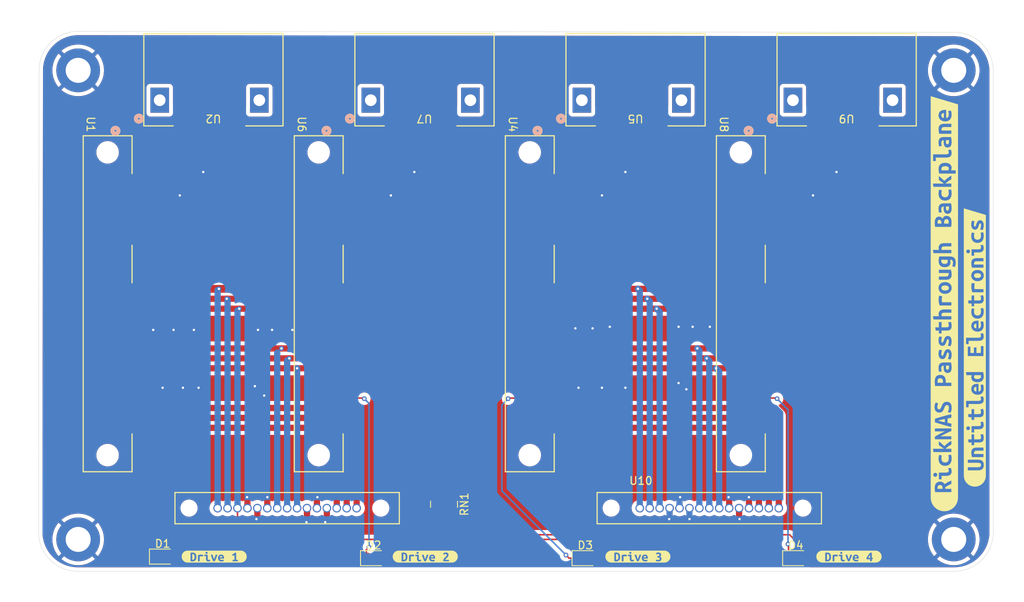
<source format=kicad_pcb>
(kicad_pcb (version 20240108) (generator "pcbnew") (generator_version "8.0")
  (layers (0 "F.Cu" signal) (31 "B.Cu" signal) (34 "B.Paste" user) (35 "F.Paste" user) (36 "B.SilkS" user "B.Silkscreen") (37 "F.SilkS" user "F.Silkscreen") (38 "B.Mask" user) (39 "F.Mask" user) (44 "Edge.Cuts" user))
  (net 0 "")
  (net 1 "+5V")
  (net 2 "+3.3V")
  (net 3 "VSS")
  (net 4 "+12V")
  (net 5 "/A+")
  (net 6 "/A-")
  (net 7 "/B-")
  (net 8 "/B+")
  (net 9 "/A1-")
  (net 10 "/A1+")
  (net 11 "/B1+")
  (net 12 "/B1-")
  (net 13 "/A2+")
  (net 14 "/B2-")
  (net 15 "/B2+")
  (net 16 "/A2-")
  (net 17 "/B3+")
  (net 18 "/B3-")
  (net 19 "/A3+")
  (net 20 "/A3-")
  (net 21 "+12P")
  (net 22 "+3.3VP")
  (net 23 "+5P")
  (net 24 "Net-(D1-A)")
  (net 25 "Drive 1")
  (net 26 "Drive 2")
  (net 27 "Net-(D2-A)")
  (net 28 "Net-(D3-A)")
  (net 29 "Drive 3")
  (net 30 "Drive 4")
  (net 31 "Net-(D4-A)")
  (footprint "UE-Connector:CONN22_877811_MOL" (layer "F.Cu") (at 148.767499 108.855025 -90)
    (property "Reference" "U4")
    (property "Value" "SATA_Combined")
  )
  (footprint "kibuzzard-67B605A5" (layer "F.Cu") (at 162.6 141.2)
    (property "Reference" "kibuzzard-67B605A5" (hide yes))
    (property "Value" "G***" (hide yes))
  )
  (footprint "UE-Connector:CONN_67490-1220_MOL" (layer "F.Cu") (at 108.3 80.2 180)
    (property "Reference" "U2")
    (property "Value" "SATA_Data")
  )
  (footprint "kibuzzard-67B6042A" (layer "F.Cu") (at 201.8 108.85 90)
    (property "Reference" "kibuzzard-67B6042A" (hide yes))
    (property "Value" "G***" (hide yes))
  )
  (footprint "MountingHole:MountingHole_3.2mm_M3_DIN965_Pad" (layer "F.Cu") (at 91 139)
    (property "Reference" "H3" (hide yes))
    (property "Value" "MountingHole_Pad")
  )
  (footprint "UE-Connector:alim_SATA" (layer "F.Cu") (at 157.38 137)
    (property "Reference" "U10")
    (property "Value" "SATA_Power")
  )
  (footprint "LED_SMD:LED_0805_2012Metric" (layer "F.Cu") (at 155.8625 141.4)
    (property "Reference" "D3")
    (property "Value" "LED_Small")
  )
  (footprint "Resistor_SMD:R_Array_Concave_4x0603" (layer "F.Cu") (at 137.8 134.5 -90)
    (property "Reference" "RN1")
    (property "Value" "R_Pack04")
  )
  (footprint "UE-Connector:CONN22_877811_MOL" (layer "F.Cu") (at 94.767499 108.855025 -90)
    (property "Reference" "U1")
    (property "Value" "SATA_Combined")
  )
  (footprint "UE-Connector:CONN22_877811_MOL" (layer "F.Cu") (at 175.767499 108.855025 -90)
    (property "Reference" "U8")
    (property "Value" "SATA_Combined")
  )
  (footprint "kibuzzard-67B60589" (layer "F.Cu") (at 108.4 141.2)
    (property "Reference" "kibuzzard-67B60589" (hide yes))
    (property "Value" "G***" (hide yes))
  )
  (footprint "LED_SMD:LED_0805_2012Metric" (layer "F.Cu") (at 128.8 141.4)
    (property "Reference" "D2")
    (property "Value" "LED_Small")
  )
  (footprint "UE-Connector:CONN_67490-1220_MOL" (layer "F.Cu") (at 135.3 80.2 180)
    (property "Reference" "U7")
    (property "Value" "SATA_Data")
  )
  (footprint "MountingHole:MountingHole_3.2mm_M3_DIN965_Pad" (layer "F.Cu") (at 203 139)
    (property "Reference" "H4" (hide yes))
    (property "Value" "MountingHole_Pad")
  )
  (footprint "UE-Connector:alim_SATA" (layer "F.Cu") (at 103.38 137)
    (property "Reference" "U3" (hide yes))
    (property "Value" "SATA_Power" (hide yes))
  )
  (footprint "UE-Connector:CONN22_877811_MOL" (layer "F.Cu") (at 121.767499 108.855025 -90)
    (property "Reference" "U6")
    (property "Value" "SATA_Combined")
  )
  (footprint "kibuzzard-67B60597" (layer "F.Cu") (at 135.4 141.2)
    (property "Reference" "kibuzzard-67B60597" (hide yes))
    (property "Value" "G***" (hide yes))
  )
  (footprint "UE-Connector:CONN_67490-1220_MOL" (layer "F.Cu") (at 162.3 80.2 180)
    (property "Reference" "U5")
    (property "Value" "SATA_Data")
  )
  (footprint "LED_SMD:LED_0805_2012Metric" (layer "F.Cu") (at 182.8 141.4)
    (property "Reference" "D4")
    (property "Value" "LED_Small")
  )
  (footprint "MountingHole:MountingHole_3.2mm_M3_DIN965_Pad" (layer "F.Cu") (at 203 79)
    (property "Reference" "H2" (hide yes))
    (property "Value" "MountingHole_Pad")
  )
  (footprint "kibuzzard-67B605B2" (layer "F.Cu") (at 189.6 141.2)
    (property "Reference" "kibuzzard-67B605B2" (hide yes))
    (property "Value" "G***" (hide yes))
  )
  (footprint "LED_SMD:LED_0805_2012Metric" (layer "F.Cu") (at 101.8 141.2)
    (property "Reference" "D1")
    (property "Value" "LED_Small")
  )
  (footprint "UE-Connector:CONN_67490-1220_MOL" (layer "F.Cu") (at 189.3 80.2 180)
    (property "Reference" "U9")
    (property "Value" "SATA_Data")
  )
  (footprint "MountingHole:MountingHole_3.2mm_M3_DIN965_Pad" (layer "F.Cu") (at 91 79)
    (property "Reference" "H1" (hide yes))
    (property "Value" "MountingHole_Pad")
  )
  (footprint "kibuzzard-67B4AC4E" (layer "F.Cu") (at 205.7 114.45 90)
    (property "Reference" "kibuzzard-67B4AC4E" (hide yes))
    (property "Value" "G***" (hide yes))
  )
  (gr_arc (start 86 79) (mid 87.464466 75.464466) (end 91 74) (stroke (width 0.05)) (layer "Edge.Cuts"))
  (gr_line (start 91 74) (end 203.064466 74.135534) (stroke (width 0.05)) (layer "Edge.Cuts"))
  (gr_line (start 85.935534 138.064466) (end 86 79) (stroke (width 0.05)) (layer "Edge.Cuts"))
  (gr_line (start 208.064466 79.135534) (end 208.064466 138.064466) (stroke (width 0.05)) (layer "Edge.Cuts"))
  (gr_line (start 203.064466 143.064466) (end 90.935534 143.064466) (stroke (width 0.05)) (layer "Edge.Cuts"))
  (gr_arc (start 90.935534 143.064466) (mid 87.4 141.6) (end 85.935534 138.064466) (stroke (width 0.05)) (layer "Edge.Cuts"))
  (gr_arc (start 208.064466 138.064466) (mid 206.6 141.6) (end 203.064466 143.064466) (stroke (width 0.05)) (layer "Edge.Cuts"))
  (gr_arc (start 203.064466 74.135534) (mid 206.6 75.6) (end 208.064466 79.135534) (stroke (width 0.05)) (layer "Edge.Cuts"))
  (segment (start 95.764699 117.110025) (end 119 117.110025) (width 0.8) (layer "F.Cu") (net 1))
  (segment (start 119 117.110025) (end 122.764699 117.110025) (width 0.8) (layer "F.Cu") (net 1))
  (segment (start 117 114.570025) (end 122.764699 114.570025) (width 0.8) (layer "F.Cu") (net 1))
  (segment (start 122.764699 117.110025) (end 122.764699 114.570025) (width 0.8) (layer "F.Cu") (net 1))
  (segment (start 95.764699 115.840025) (end 118 115.840025) (width 0.8) (layer "F.Cu") (net 1))
  (segment (start 95.764699 117.110025) (end 95.764699 114.570025) (width 1) (layer "F.Cu") (net 1))
  (segment (start 118 115.840025) (end 122.764699 115.840025) (width 0.8) (layer "F.Cu") (net 1))
  (segment (start 95.764699 114.570025) (end 117 114.570025) (width 0.8) (layer "F.Cu") (net 1))
  (via (at 118 115.840025) (size 0.6) (drill 0.3) (layers "F.Cu" "B.Cu") (net 1))
  (via (at 119 117.110025) (size 0.6) (drill 0.3) (layers "F.Cu" "B.Cu") (net 1))
  (via (at 117 114.570025) (size 0.6) (drill 0.3) (layers "F.Cu" "B.Cu") (net 1))
  (segment (start 117.73 116.110025) (end 118 115.840025) (width 0.2) (layer "B.Cu") (net 1))
  (segment (start 119 135) (end 119 117.110025) (width 0.8) (layer "B.Cu") (net 1))
  (segment (start 116.46 135) (end 116.46 115.110025) (width 0.8) (layer "B.Cu") (net 1))
  (segment (start 117.73 135) (end 117.73 116.110025) (width 0.8) (layer "B.Cu") (net 1))
  (segment (start 116.46 115.110025) (end 117 114.570025) (width 0.2) (layer "B.Cu") (net 1))
  (segment (start 95.764699 106.950014) (end 109 106.950014) (width 1) (layer "F.Cu") (net 2))
  (segment (start 134.9 133.65) (end 130.45 138.1) (width 0.2) (layer "F.Cu") (net 2))
  (segment (start 137.4 133.65) (end 136.6 133.65) (width 0.2) (layer "F.Cu") (net 2))
  (segment (start 130.45 138.1) (end 112.85 138.1) (width 0.2) (layer "F.Cu") (net 2))
  (segment (start 95.764699 108.220025) (end 110 108.220025) (width 0.8) (layer "F.Cu") (net 2))
  (segment (start 95.764699 106.950014) (end 95.764699 109.490025) (width 1) (layer "F.Cu") (net 2))
  (segment (start 95.764699 109.490025) (end 111.6 109.490025) (width 0.8) (layer "F.Cu") (net 2))
  (segment (start 109 106.950014) (end 122.764699 106.950014) (width 1) (layer "F.Cu") (net 2))
  (segment (start 122.764699 109.490025) (end 111.6 109.490025) (width 0.8) (layer "F.Cu") (net 2))
  (segment (start 122.764699 106.950014) (end 122.764699 109.490025) (width 0.8) (layer "F.Cu") (net 2))
  (segment (start 136.6 133.65) (end 134.9 133.65) (width 0.2) (layer "F.Cu") (net 2))
  (segment (start 112.85 138.1) (end 111.38 136.63) (width 0.2) (layer "F.Cu") (net 2))
  (segment (start 111.38 136.63) (end 111.38 135) (width 0.2) (layer "F.Cu") (net 2))
  (segment (start 110 108.220025) (end 122.764699 108.220025) (width 0.8) (layer "F.Cu") (net 2))
  (via (at 110 108.220025) (size 0.6) (drill 0.3) (layers "F.Cu" "B.Cu") (net 2))
  (via (at 109 106.950014) (size 0.6) (drill 0.3) (layers "F.Cu" "B.Cu") (net 2))
  (via (at 111.6 109.490025) (size 0.6) (drill 0.3) (layers "F.Cu" "B.Cu") (net 2))
  (segment (start 108.84 135) (end 108.84 107.110014) (width 0.8) (layer "B.Cu") (net 2))
  (segment (start 110.11 108.330025) (end 110 108.220025) (width 0.2) (layer "B.Cu") (net 2))
  (segment (start 110.11 135) (end 110.11 108.330025) (width 0.8) (layer "B.Cu") (net 2))
  (segment (start 111.38 109.710025) (end 111.6 109.490025) (width 0.2) (layer "B.Cu") (net 2))
  (segment (start 111.38 135) (end 111.38 109.710025) (width 0.8) (layer "B.Cu") (net 2))
  (segment (start 108.84 107.110014) (end 109 106.950014) (width 0.2) (layer "B.Cu") (net 2))
  (segment (start 104.160192 95) (end 104 95) (width 0.2) (layer "F.Cu") (net 3))
  (segment (start 107 92.160192) (end 104.160192 95) (width 0.2) (layer "F.Cu") (net 3))
  (segment (start 158.160192 95) (end 158 95) (width 0.2) (layer "F.Cu") (net 3))
  (segment (start 120.27 135) (end 120.27 136.73) (width 0.8) (layer "F.Cu") (net 3))
  (segment (start 120.27 136.73) (end 120.2 136.8) (width 0.8) (layer "F.Cu") (net 3))
  (segment (start 113.92 136.28) (end 113.8 136.4) (width 0.8) (layer "F.Cu") (net 3))
  (segment (start 112.65 133.65) (end 112.6 133.6) (width 0.8) (layer "F.Cu") (net 3))
  (segment (start 161 92.160192) (end 158.160192 95) (width 0.2) (layer "F.Cu") (net 3))
  (segment (start 122.81 136.59) (end 122.6 136.8) (width 0.8) (layer "F.Cu") (net 3))
  (segment (start 175.54 136.34) (end 175.6 136.4) (width 0.8) (layer "F.Cu") (net 3))
  (segment (start 176.81 135) (end 176.81 133.61) (width 0.8) (layer "F.Cu") (net 3))
  (segment (start 115.19 133.61) (end 115.2 133.6) (width 0.8) (layer "F.Cu") (net 3))
  (segment (start 112.65 135) (end 112.65 133.65) (width 0.8) (layer "F.Cu") (net 3))
  (segment (start 113.92 135) (end 113.92 136.28) (width 0.8) (layer "F.Cu") (net 3))
  (segment (start 121.54 133.66) (end 121.6 133.6) (width 0.8) (layer "F.Cu") (net 3))
  (segment (start 134 92) (end 134 92.160195) (width 0.2) (layer "F.Cu") (net 3))
  (segment (start 187 93.05141) (end 187 93.160192) (width 0.2) (layer "F.Cu") (net 3))
  (segment (start 107 92) (end 107 92.160192) (width 0.2) (layer "F.Cu") (net 3))
  (segment (start 175.54 135) (end 175.54 136.34) (width 0.8) (layer "F.Cu") (net 3))
  (segment (start 134 92.160195) (end 131.160195 95) (width 0.2) (layer "F.Cu") (net 3))
  (segment (start 161 92) (end 161 92.160192) (width 0.2) (layer "F.Cu") (net 3))
  (segment (start 174.27 133.67) (end 174.2 133.6) (width 0.8) (layer "F.Cu") (net 3))
  (segment (start 121.54 135) (end 121.54 133.66) (width 0.8) (layer "F.Cu") (net 3))
  (segment (start 131.160195 95) (end 131 95) (width 0.2) (layer "F.Cu") (net 3))
  (segment (start 174.27 135) (end 174.27 133.67) (width 0.8) (layer "F.Cu") (net 3))
  (segment (start 188 92) (end 187.027671 92.972329) (width 0.2) (layer "F.Cu") (net 3))
  (segment (start 187.027671 92.972329) (end 187 93.05141) (width 0.2) (layer "F.Cu") (net 3))
  (segment (start 176.81 133.61) (end 176.8 133.6) (width 0.8) (layer "F.Cu") (net 3))
  (segment (start 122.81 135) (end 122.81 136.59) (width 0.8) (layer "F.Cu") (net 3))
  (segment (start 115.19 135) (end 115.19 133.61) (width 0.8) (layer "F.Cu") (net 3))
  (segment (start 187 93.160192) (end 185.160192 95) (width 0.2) (layer "F.Cu") (net 3))
  (segment (start 185.160192 95) (end 185 95) (width 0.2) (layer "F.Cu") (net 3))
  (via (at 120.2 136.8) (size 0.6) (drill 0.3) (layers "F.Cu" "B.Cu") (net 3))
  (via (at 122.6 136.8) (size 0.6) (drill 0.3) (layers "F.Cu" "B.Cu") (net 3))
  (via (at 167.8 111.8) (size 0.6) (drill 0.3) (layers "F.Cu" "B.Cu") (net 3))
  (via (at 103.2 112.2) (size 0.6) (drill 0.3) (layers "F.Cu" "B.Cu") (net 3))
  (via (at 105.8 112.2) (size 0.6) (drill 0.3) (layers "F.Cu" "B.Cu") (net 3))
  (via (at 185 95) (size 0.6) (drill 0.3) (layers "F.Cu" "B.Cu") (net 3))
  (via (at 114 112.2) (size 0.6) (drill 0.3) (layers "F.Cu" "B.Cu") (net 3))
  (via (at 154.6 112) (size 0.6) (drill 0.3) (layers "F.Cu" "B.Cu") (net 3))
  (via (at 107 92) (size 0.6) (drill 0.3) (layers "F.Cu" "B.Cu") (net 3))
  (via (at 113.6 119.4) (size 0.6) (drill 0.3) (layers "F.Cu" "B.Cu") (net 3))
  (via (at 155 119.6) (size 0.6) (drill 0.3) (layers "F.Cu" "B.Cu") (net 3))
  (via (at 156.8 112) (size 0.6) (drill 0.3) (layers "F.Cu" "B.Cu") (net 3))
  (via (at 134 92) (size 0.6) (drill 0.3) (layers "F.Cu" "B.Cu") (net 3))
  (via (at 113.8 136.4) (size 0.6) (drill 0.3) (layers "F.Cu" "B.Cu") (net 3))
  (via (at 100.6 112.2) (size 0.6) (drill 0.3) (layers "F.Cu" "B.Cu") (net 3))
  (via (at 121.6 133.6) (size 0.6) (drill 0.3) (layers "F.Cu" "B.Cu") (net 3))
  (via (at 168.8 119.8) (size 0.6) (drill 0.3) (layers "F.Cu" "B.Cu") (net 3))
  (via (at 112.6 133.6) (size 0.6) (drill 0.3) (layers "F.Cu" "B.Cu") (net 3))
  (via (at 169.2 136.4) (size 0.6) (drill 0.3) (layers "F.Cu" "B.Cu") (net 3))
  (via (at 168 133.6) (size 0.6) (drill 0.3) (layers "F.Cu" "B.Cu") (net 3))
  (via (at 106.4 119.6) (size 0.6) (drill 0.3) (layers "F.Cu" "B.Cu") (net 3))
  (via (at 115.8 112.2) (size 0.6) (drill 0.3) (layers "F.Cu" "B.Cu") (net 3))
  (via (at 169.6 111.8) (size 0.6) (drill 0.3) (layers "F.Cu" "B.Cu") (net 3))
  (via (at 101.8 119.6) (size 0.6) (drill 0.3) (layers "F.Cu" "B.Cu") (net 3))
  (via (at 171.8 111.8) (size 0.6) (drill 0.3) (layers "F.Cu" "B.Cu") (net 3))
  (via (at 104 95) (size 0.6) (drill 0.3) (layers "F.Cu" "B.Cu") (net 3))
  (via (at 175.6 136.4) (size 0.6) (drill 0.3) (layers "F.Cu" "B.Cu") (net 3))
  (via (at 161 92) (size 0.6) (drill 0.3) (layers "F.Cu" "B.Cu") (net 3))
  (via (at 174.2 133.6) (size 0.6) (drill 0.3) (layers "F.Cu" "B.Cu") (net 3))
  (via (at 104.4 119.6) (size 0.6) (drill 0.3) (layers "F.Cu" "B.Cu") (net 3))
  (via (at 114.8 120.6) (size 0.6) (drill 0.3) (layers "F.Cu" "B.Cu") (net 3))
  (via (at 176.8 133.6) (size 0.6) (drill 0.3) (layers "F.Cu" "B.Cu") (net 3))
  (via (at 159 111.8) (size 0.6) (drill 0.3) (layers "F.Cu" "B.Cu") (net 3))
  (via (at 118.4 112.2) (size 0.6) (drill 0.3) (layers "F.Cu" "B.Cu") (net 3))
  (via (at 158 119.6) (size 0.6) (drill 0.3) (layers "F.Cu" "B.Cu") (net 3))
  (via (at 166.6 136.4) (size 0.6) (drill 0.3) (layers "F.Cu" "B.Cu") (net 3))
  (via (at 115.2 133.6) (size 0.6) (drill 0.3) (layers "F.Cu" "B.Cu") (net 3))
  (via (at 161 119.6) (size 0.6) (drill 0.3) (layers "F.Cu" "B.Cu") (net 3))
  (via (at 158 95) (size 0.6) (drill 0.3) (layers "F.Cu" "B.Cu") (net 3))
  (via (at 188 92) (size 0.6) (drill 0.3) (layers "F.Cu" "B.Cu") (net 3))
  (via (at 131 95) (size 0.6) (drill 0.3) (layers "F.Cu" "B.Cu") (net 3))
  (via (at 167.8 119) (size 0.6) (drill 0.3) (layers "F.Cu" "B.Cu") (net 3))
  (segment (start 169.19 136.39) (end 169.2 136.4) (width 0.8) (layer "B.Cu") (net 3))
  (segment (start 169.19 135) (end 169.19 136.39) (width 0.8) (layer "B.Cu") (net 3))
  (segment (start 167.92 133.68) (end 168 133.6) (width 0.8) (layer "B.Cu") (net 3))
  (segment (start 167.92 135) (end 167.92 133.68) (width 0.8) (layer "B.Cu") (net 3))
  (segment (start 166.65 136.35) (end 166.6 136.4) (width 0.8) (layer "B.Cu") (net 3))
  (segment (start 166.65 135) (end 166.65 136.35) (width 0.8) (layer "B.Cu") (net 3))
  (segment (start 124.08 126.045326) (end 122.764699 124.730025) (width 0.8) (layer "F.Cu") (net 4))
  (segment (start 126.62 135) (end 126.62 123.62) (width 0.8) (layer "F.Cu") (net 4))
  (segment (start 95.764699 123.460025) (end 122.764699 123.460025) (width 0.8) (layer "F.Cu") (net 4))
  (segment (start 95.764699 124.730025) (end 122.764699 124.730025) (width 0.8) (layer "F.Cu") (net 4))
  (segment (start 125.190025 122.190025) (end 122.764699 122.190025) (width 0.8) (layer "F.Cu") (net 4))
  (segment (start 95.764699 122.190025) (end 95.764699 124.730025) (width 1) (layer "F.Cu") (net 4))
  (segment (start 124.08 135) (end 124.08 126.045326) (width 0.8) (layer "F.Cu") (net 4))
  (segment (start 122.764699 122.190025) (end 122.764699 124.730025) (width 0.8) (layer "F.Cu") (net 4))
  (segment (start 124.810025 123.460025) (end 122.764699 123.460025) (width 0.8) (layer "F.Cu") (net 4))
  (segment (start 95.764699 122.190025) (end 122.764699 122.190025) (width 0.8) (layer "F.Cu") (net 4))
  (segment (start 125.35 135) (end 125.35 124) (width 0.8) (layer "F.Cu") (net 4))
  (segment (start 125.35 124) (end 124.810025 123.460025) (width 0.8) (layer "F.Cu") (net 4))
  (segment (start 126.62 123.62) (end 125.190025 122.190025) (width 0.8) (layer "F.Cu") (net 4))
  (segment (start 101.411399 94.634975) (end 100.527792 94.634975) (width 0.2969) (layer "F.Cu") (net 5))
  (segment (start 102.786325 93.260049) (end 101.411399 94.634975) (width 0.2969) (layer "F.Cu") (net 5))
  (segment (start 105.644951 87.2208) (end 105.260001 86.83585) (width 0.2969) (layer "F.Cu") (net 5))
  (segment (start 105.260001 86.83585) (end 105.260001 85.178499) (width 0.2969) (layer "F.Cu") (net 5))
  (segment (start 102.786327 93.047876) (end 102.468207 92.729756) (width 0.2969) (layer "F.Cu") (net 5))
  (segment (start 100.287792 94.394975) (end 100.287792 94.254699) (width 0.2969) (layer "F.Cu") (net 5))
  (segment (start 104.943295 92.870918) (end 105.084746 92.729466) (width 0.2969) (layer "F.Cu") (net 5))
  (segment (start 102.786325 93.260049) (end 102.786326 93.26005) (width 0.2969) (layer "F.Cu") (net 5))
  (segment (start 98.83175 94.250025) (end 95.764699 94.250025) (width 0.2969) (layer "F.Cu") (net 5))
  (segment (start 99.327792 94.634975) (end 99.2167 94.634975) (width 0.2969) (layer "F.Cu") (net 5))
  (segment (start 99.687792 94.254699) (end 99.687792 94.394975) (width 0.2969) (layer "F.Cu") (net 5))
  (segment (start 99.447792 94.634975) (end 99.327792 94.634975) (width 0.2969) (layer "F.Cu") (net 5))
  (segment (start 103.847204 91.987001) (end 104.130104 92.269901) (width 0.2969) (layer "F.Cu") (net 5))
  (segment (start 104.413001 92.552797) (end 104.731122 92.870918) (width 0.2969) (layer "F.Cu") (net 5))
  (segment (start 104.908076 91.138298) (end 105.644951 90.401423) (width 0.2969) (layer "F.Cu") (net 5))
  (segment (start 105.084746 92.517293) (end 104.766625 92.199172) (width 0.2969) (layer "F.Cu") (net 5))
  (segment (start 103.529083 91.66888) (end 103.847204 91.987001) (width 0.2969) (layer "F.Cu") (net 5))
  (segment (start 102.468206 91.810332) (end 102.609659 91.66888) (width 0.2969) (layer "F.Cu") (net 5))
  (segment (start 104.130101 92.269898) (end 104.236188 92.375984) (width 0.2969) (layer "F.Cu") (net 5))
  (segment (start 104.130104 92.269901) (end 104.130101 92.269898) (width 0.2969) (layer "F.Cu") (net 5))
  (segment (start 104.766625 91.279747) (end 104.908076 91.138298) (width 0.2969) (layer "F.Cu") (net 5))
  (segment (start 105.644951 90.401423) (end 105.644951 87.2208) (width 0.2969) (layer "F.Cu") (net 5))
  (segment (start 100.047792 94.014699) (end 99.927792 94.014699) (width 0.2969) (layer "F.Cu") (net 5))
  (segment (start 99.2167 94.634975) (end 98.83175 94.250025) (width 0.2969) (layer "F.Cu") (net 5))
  (segment (start 104.236188 92.375984) (end 104.413001 92.552797) (width 0.2969) (layer "F.Cu") (net 5))
  (arc (start 104.766625 92.199172) (mid 104.576205 91.73946) (end 104.766625 91.279747) (width 0.2969) (layer "F.Cu") (net 5))
  (arc (start 102.786326 93.26005) (mid 102.830268 93.153964) (end 102.786327 93.047876) (width 0.2969) (layer "F.Cu") (net 5))
  (arc (start 102.468207 92.729756) (mid 102.277788 92.270043) (end 102.468206 91.810332) (width 0.2969) (layer "F.Cu") (net 5))
  (arc (start 99.687792 94.394975) (mid 99.617498 94.564681) (end 99.447792 94.634975) (width 0.2969) (layer "F.Cu") (net 5))
  (arc (start 105.084746 92.729466) (mid 105.128689 92.623379) (end 105.084746 92.517293) (width 0.2969) (layer "F.Cu") (net 5))
  (arc (start 104.731122 92.870918) (mid 104.837209 92.91486) (end 104.943295 92.870918) (width 0.2969) (layer "F.Cu") (net 5))
  (arc (start 100.527792 94.634975) (mid 100.358086 94.564681) (end 100.287792 94.394975) (width 0.2969) (layer "F.Cu") (net 5))
  (arc (start 100.287792 94.254699) (mid 100.217498 94.084993) (end 100.047792 94.014699) (width 0.2969) (layer "F.Cu") (net 5))
  (arc (start 99.927792 94.014699) (mid 99.758086 94.084993) (end 99.687792 94.254699) (width 0.2969) (layer "F.Cu") (net 5))
  (arc (start 102.609659 91.66888) (mid 103.06937 91.478462) (end 103.529083 91.66888) (width 0.2969) (layer "F.Cu") (net 5))
  (segment (start 98.83175 95.520025) (end 99.2167 95.135075) (width 0.2969) (layer "F.Cu") (net 6))
  (segment (start 105.29692 93.224544) (end 105.438371 93.083092) (width 0.2969) (layer "F.Cu") (net 6))
  (segment (start 106.145051 87.2208) (end 106.530001 86.83585) (width 0.2969) (layer "F.Cu") (net 6))
  (segment (start 106.145051 90.608575) (end 106.145051 87.2208) (width 0.2969) (layer "F.Cu") (net 6))
  (segment (start 101.618551 95.135075) (end 103.139951 93.613675) (width 0.2969) (layer "F.Cu") (net 6))
  (segment (start 105.12025 91.633373) (end 105.261701 91.491923) (width 0.2969) (layer "F.Cu") (net 6))
  (segment (start 103.175456 92.022506) (end 103.493577 92.340627) (width 0.2969) (layer "F.Cu") (net 6))
  (segment (start 103.139951 92.694251) (end 102.821831 92.376131) (width 0.2969) (layer "F.Cu") (net 6))
  (segment (start 103.882562 92.72961) (end 104.059375 92.906423) (width 0.2969) (layer "F.Cu") (net 6))
  (segment (start 99.2167 95.135075) (end 101.618551 95.135075) (width 0.2969) (layer "F.Cu") (net 6))
  (segment (start 95.764699 95.520025) (end 98.83175 95.520025) (width 0.2969) (layer "F.Cu") (net 6))
  (segment (start 103.493577 92.340627) (end 103.776477 92.623527) (width 0.2969) (layer "F.Cu") (net 6))
  (segment (start 105.438371 92.163668) (end 105.12025 91.845547) (width 0.2969) (layer "F.Cu") (net 6))
  (segment (start 103.776477 92.623527) (end 103.776476 92.623523) (width 0.2969) (layer "F.Cu") (net 6))
  (segment (start 105.261701 91.491923) (end 106.145051 90.608575) (width 0.2969) (layer "F.Cu") (net 6))
  (segment (start 104.059375 92.906423) (end 104.377496 93.224544) (width 0.2969) (layer "F.Cu") (net 6))
  (segment (start 106.530001 86.83585) (end 106.530001 85.178499) (width 0.2969) (layer "F.Cu") (net 6))
  (segment (start 103.776476 92.623523) (end 103.882562 92.72961) (width 0.2969) (layer "F.Cu") (net 6))
  (segment (start 102.821831 92.163957) (end 102.963284 92.022505) (width 0.2969) (layer "F.Cu") (net 6))
  (arc (start 105.12025 91.845547) (mid 105.076307 91.73946) (end 105.12025 91.633373) (width 0.2969) (layer "F.Cu") (net 6))
  (arc (start 103.139951 93.613675) (mid 103.330371 93.153962) (end 103.139951 92.694251) (width 0.2969) (layer "F.Cu") (net 6))
  (arc (start 105.438371 93.083092) (mid 105.62879 92.62338) (end 105.438371 92.163668) (width 0.2969) (layer "F.Cu") (net 6))
  (arc (start 102.963284 92.022505) (mid 103.069371 91.978562) (end 103.175456 92.022506) (width 0.2969) (layer "F.Cu") (net 6))
  (arc (start 102.821831 92.376131) (mid 102.777888 92.270044) (end 102.821831 92.163957) (width 0.2969) (layer "F.Cu") (net 6))
  (arc (start 104.377496 93.224544) (mid 104.837208 93.414963) (end 105.29692 93.224544) (width 0.2969) (layer "F.Cu") (net 6))
  (segment (start 109.074653 89.760992) (end 109.214951 89.760992) (width 0.2969) (layer "F.Cu") (net 7))
  (segment (start 109.454951 90.000992) (end 109.454951 90.120992) (width 0.2969) (layer "F.Cu") (net 7))
  (segment (start 109.070001 86.83585) (end 109.454951 87.2208) (width 0.2969) (layer "F.Cu") (net 7))
  (segment (start 99.2167 98.444975) (end 98.83175 98.060025) (width 0.2969) (layer "F.Cu") (net 7))
  (segment (start 109.070001 85.178499) (end 109.070001 86.83585) (width 0.2969) (layer "F.Cu") (net 7))
  (segment (start 108.834653 89.400992) (end 108.834653 89.520992) (width 0.2969) (layer "F.Cu") (net 7))
  (segment (start 109.454951 87.2208) (end 109.454951 88.920992) (width 0.2969) (layer "F.Cu") (net 7))
  (segment (start 102.101399 98.444975) (end 99.2167 98.444975) (width 0.2969) (layer "F.Cu") (net 7))
  (segment (start 98.83175 98.060025) (end 95.764699 98.060025) (width 0.2969) (layer "F.Cu") (net 7))
  (segment (start 109.214951 89.160992) (end 109.074653 89.160992) (width 0.2969) (layer "F.Cu") (net 7))
  (segment (start 109.454951 90.120992) (end 109.454951 91.091423) (width 0.2969) (layer "F.Cu") (net 7))
  (segment (start 109.454951 91.091423) (end 106.620914 93.92546) (width 0.2969) (layer "F.Cu") (net 7))
  (segment (start 106.620914 93.92546) (end 102.101399 98.444975) (width 0.2969) (layer "F.Cu") (net 7))
  (arc (start 109.214951 89.760992) (mid 109.384657 89.831286) (end 109.454951 90.000992) (width 0.2969) (layer "F.Cu") (net 7))
  (arc (start 108.834653 89.520992) (mid 108.904947 89.690698) (end 109.074653 89.760992) (width 0.2969) (layer "F.Cu") (net 7))
  (arc (start 109.454951 88.920992) (mid 109.384657 89.090698) (end 109.214951 89.160992) (width 0.2969) (layer "F.Cu") (net 7))
  (arc (start 109.074653 89.160992) (mid 108.904947 89.231286) (end 108.834653 89.400992) (width 0.2969) (layer "F.Cu") (net 7))
  (segment (start 109.955051 91.298575) (end 109.955051 87.2208) (width 0.2969) (layer "F.Cu") (net 8))
  (segment (start 98.83175 99.330025) (end 99.2167 98.945075) (width 0.2969) (layer "F.Cu") (net 8))
  (segment (start 109.955051 87.2208) (end 110.340001 86.83585) (width 0.2969) (layer "F.Cu") (net 8))
  (segment (start 95.764699 99.330025) (end 98.83175 99.330025) (width 0.2969) (layer "F.Cu") (net 8))
  (segment (start 110.340001 86.83585) (end 110.340001 85.178499) (width 0.2969) (layer "F.Cu") (net 8))
  (segment (start 99.2167 98.945075) (end 102.308551 98.945075) (width 0.2969) (layer "F.Cu") (net 8))
  (segment (start 102.308551 98.945075) (end 109.955051 91.298575) (width 0.2969) (layer "F.Cu") (net 8))
  (segment (start 152.83175 95.520025) (end 153.2167 95.135075) (width 0.2969) (layer "F.Cu") (net 9))
  (segment (start 159.438371 92.163668) (end 159.12025 91.845547) (width 0.2969) (layer "F.Cu") (net 9))
  (segment (start 160.145051 87.2208) (end 160.530001 86.83585) (width 0.2969) (layer "F.Cu") (net 9))
  (segment (start 157.175456 92.022506) (end 157.493577 92.340627) (width 0.2969) (layer "F.Cu") (net 9))
  (segment (start 160.530001 86.83585) (end 160.530001 85.178499) (width 0.2969) (layer "F.Cu") (net 9))
  (segment (start 158.059375 92.906423) (end 158.377496 93.224544) (width 0.2969) (layer "F.Cu") (net 9))
  (segment (start 153.2167 95.135075) (end 155.618551 95.135075) (width 0.2969) (layer "F.Cu") (net 9))
  (segment (start 157.882562 92.72961) (end 158.059375 92.906423) (width 0.2969) (layer "F.Cu") (net 9))
  (segment (start 159.261701 91.491923) (end 160.145051 90.608575) (width 0.2969) (layer "F.Cu") (net 9))
  (segment (start 157.139951 92.694251) (end 156.821831 92.376131) (width 0.2969) (layer "F.Cu") (net 9))
  (segment (start 159.12025 91.633373) (end 159.261701 91.491923) (width 0.2969) (layer "F.Cu") (net 9))
  (segment (start 160.145051 90.608575) (end 160.145051 87.2208) (width 0.2969) (layer "F.Cu") (net 9))
  (segment (start 159.29692 93.224544) (end 159.438371 93.083092) (width 0.2969) (layer "F.Cu") (net 9))
  (segment (start 157.776476 92.623523) (end 157.882562 92.72961) (width 0.2969) (layer "F.Cu") (net 9))
  (segment (start 157.493577 92.340627) (end 157.776477 92.623527) (width 0.2969) (layer "F.Cu") (net 9))
  (segment (start 149.764699 95.520025) (end 152.83175 95.520025) (width 0.2969) (layer "F.Cu") (net 9))
  (segment (start 155.618551 95.135075) (end 157.139951 93.613675) (width 0.2969) (layer "F.Cu") (net 9))
  (segment (start 157.776477 92.623527) (end 157.776476 92.623523) (width 0.2969) (layer "F.Cu") (net 9))
  (segment (start 156.821831 92.163957) (end 156.963284 92.022505) (width 0.2969) (layer "F.Cu") (net 9))
  (arc (start 157.139951 93.613675) (mid 157.330371 93.153962) (end 157.139951 92.694251) (width 0.2969) (layer "F.Cu") (net 9))
  (arc (start 159.12025 91.845547) (mid 159.076307 91.73946) (end 159.12025 91.633373) (width 0.2969) (layer "F.Cu") (net 9))
  (arc (start 158.377496 93.224544) (mid 158.837208 93.414963) (end 159.29692 93.224544) (width 0.2969) (layer "F.Cu") (net 9))
  (arc (start 156.821831 92.376131) (mid 156.777888 92.270044) (end 156.821831 92.163957) (width 0.2969) (layer "F.Cu") (net 9))
  (arc (start 159.438371 93.083092) (mid 159.62879 92.62338) (end 159.438371 92.163668) (width 0.2969) (layer "F.Cu") (net 9))
  (arc (start 156.963284 92.022505) (mid 157.069371 91.978562) (end 157.175456 92.022506) (width 0.2969) (layer "F.Cu") (net 9))
  (segment (start 152.83175 94.250025) (end 149.764699 94.250025) (width 0.2969) (layer "F.Cu") (net 10))
  (segment (start 158.236188 92.375984) (end 158.413001 92.552797) (width 0.2969) (layer "F.Cu") (net 10))
  (segment (start 156.786327 93.047876) (end 156.468207 92.729756) (width 0.2969) (layer "F.Cu") (net 10))
  (segment (start 153.687792 94.254699) (end 153.687792 94.394975) (width 0.2969) (layer "F.Cu") (net 10))
  (segment (start 153.2167 94.634975) (end 152.83175 94.250025) (width 0.2969) (layer "F.Cu") (net 10))
  (segment (start 154.287792 94.394975) (end 154.287792 94.254699) (width 0.2969) (layer "F.Cu") (net 10))
  (segment (start 159.260001 86.83585) (end 159.260001 85.178499) (width 0.2969) (layer "F.Cu") (net 10))
  (segment (start 158.943295 92.870918) (end 159.084746 92.729466) (width 0.2969) (layer "F.Cu") (net 10))
  (segment (start 159.084746 92.517293) (end 158.766625 92.199172) (width 0.2969) (layer "F.Cu") (net 10))
  (segment (start 158.413001 92.552797) (end 158.731122 92.870918) (width 0.2969) (layer "F.Cu") (net 10))
  (segment (start 158.130104 92.269901) (end 158.130101 92.269898) (width 0.2969) (layer "F.Cu") (net 10))
  (segment (start 156.468206 91.810332) (end 156.609659 91.66888) (width 0.2969) (layer "F.Cu") (net 10))
  (segment (start 155.411399 94.634975) (end 154.527792 94.634975) (width 0.2969) (layer "F.Cu") (net 10))
  (segment (start 153.327792 94.634975) (end 153.2167 94.634975) (width 0.2969) (layer "F.Cu") (net 10))
  (segment (start 157.529083 91.66888) (end 157.847204 91.987001) (width 0.2969) (layer "F.Cu") (net 10))
  (segment (start 159.644951 90.401423) (end 159.644951 87.2208) (width 0.2969) (layer "F.Cu") (net 10))
  (segment (start 154.047792 94.014699) (end 153.927792 94.014699) (width 0.2969) (layer "F.Cu") (net 10))
  (segment (start 156.786325 93.260049) (end 156.786326 93.26005) (width 0.2969) (layer "F.Cu") (net 10))
  (segment (start 156.786325 93.260049) (end 155.411399 94.634975) (width 0.2969) (layer "F.Cu") (net 10))
  (segment (start 158.130101 92.269898) (end 158.236188 92.375984) (width 0.2969) (layer "F.Cu") (net 10))
  (segment (start 158.766625 91.279747) (end 158.908076 91.138298) (width 0.2969) (layer "F.Cu") (net 10))
  (segment (start 159.644951 87.2208) (end 159.260001 86.83585) (width 0.2969) (layer "F.Cu") (net 10))
  (segment (start 153.447792 94.634975) (end 153.327792 94.634975) (width 0.2969) (layer "F.Cu") (net 10))
  (segment (start 158.908076 91.138298) (end 159.644951 90.401423) (width 0.2969) (layer "F.Cu") (net 10))
  (segment (start 157.847204 91.987001) (end 158.130104 92.269901) (width 0.2969) (layer "F.Cu") (net 10))
  (arc (start 153.927792 94.014699) (mid 153.758086 94.084993) (end 153.687792 94.254699) (width 0.2969) (layer "F.Cu") (net 10))
  (arc (start 153.687792 94.394975) (mid 153.617498 94.564681) (end 153.447792 94.634975) (width 0.2969) (layer "F.Cu") (net 10))
  (arc (start 158.766625 92.199172) (mid 158.576205 91.73946) (end 158.766625 91.279747) (width 0.2969) (layer "F.Cu") (net 10))
  (arc (start 156.609659 91.66888) (mid 157.06937 91.478462) (end 157.529083 91.66888) (width 0.2969) (layer "F.Cu") (net 10))
  (arc (start 158.731122 92.870918) (mid 158.837209 92.91486) (end 158.943295 92.870918) (width 0.2969) (layer "F.Cu") (net 10))
  (arc (start 156.786326 93.26005) (mid 156.830268 93.153964) (end 156.786327 93.047876) (width 0.2969) (layer "F.Cu") (net 10))
  (arc (start 156.468207 92.729756) (mid 156.277788 92.270043) (end 156.468206 91.810332) (width 0.2969) (layer "F.Cu") (net 10))
  (arc (start 154.287792 94.254699) (mid 154.217498 94.084993) (end 154.047792 94.014699) (width 0.2969) (layer "F.Cu") (net 10))
  (arc (start 154.527792 94.634975) (mid 154.358086 94.564681) (end 154.287792 94.394975) (width 0.2969) (layer "F.Cu") (net 10))
  (arc (start 159.084746 92.729466) (mid 159.128689 92.623379) (end 159.084746 92.517293) (width 0.2969) (layer "F.Cu") (net 10))
  (segment (start 149.764699 99.330025) (end 152.83175 99.330025) (width 0.2969) (layer "F.Cu") (net 11))
  (segment (start 156.308551 98.945075) (end 163.955051 91.298575) (width 0.2969) (layer "F.Cu") (net 11))
  (segment (start 152.83175 99.330025) (end 153.2167 98.945075) (width 0.2969) (layer "F.Cu") (net 11))
  (segment (start 153.2167 98.945075) (end 156.308551 98.945075) (width 0.2969) (layer "F.Cu") (net 11))
  (segment (start 163.955051 91.298575) (end 163.955051 87.2208) (width 0.2969) (layer "F.Cu") (net 11))
  (segment (start 164.340001 86.83585) (end 164.340001 85.178499) (width 0.2969) (layer "F.Cu") (net 11))
  (segment (start 163.955051 87.2208) (end 164.340001 86.83585) (width 0.2969) (layer "F.Cu") (net 11))
  (segment (start 156.101399 98.444975) (end 153.2167 98.444975) (width 0.2969) (layer "F.Cu") (net 12))
  (segment (start 163.454951 91.091423) (end 160.620914 93.92546) (width 0.2969) (layer "F.Cu") (net 12))
  (segment (start 163.454951 87.2208) (end 163.454951 88.920992) (width 0.2969) (layer "F.Cu") (net 12))
  (segment (start 162.834653 89.400992) (end 162.834653 89.520992) (width 0.2969) (layer "F.Cu") (net 12))
  (segment (start 153.2167 98.444975) (end 152.83175 98.060025) (width 0.2969) (layer "F.Cu") (net 12))
  (segment (start 163.454951 90.120992) (end 163.454951 91.091423) (width 0.2969) (layer "F.Cu") (net 12))
  (segment (start 163.074653 89.760992) (end 163.214951 89.760992) (width 0.2969) (layer "F.Cu") (net 12))
  (segment (start 163.454951 90.000992) (end 163.454951 90.120992) (width 0.2969) (layer "F.Cu") (net 12))
  (segment (start 152.83175 98.060025) (end 149.764699 98.060025) (width 0.2969) (layer "F.Cu") (net 12))
  (segment (start 163.070001 86.83585) (end 163.454951 87.2208) (width 0.2969) (layer "F.Cu") (net 12))
  (segment (start 163.214951 89.160992) (end 163.074653 89.160992) (width 0.2969) (layer "F.Cu") (net 12))
  (segment (start 163.070001 85.178499) (end 163.070001 86.83585) (width 0.2969) (layer "F.Cu") (net 12))
  (segment (start 160.620914 93.92546) (end 156.101399 98.444975) (width 0.2969) (layer "F.Cu") (net 12))
  (arc (start 163.454951 88.920992) (mid 163.384657 89.090698) (end 163.214951 89.160992) (width 0.2969) (layer "F.Cu") (net 12))
  (arc (start 163.074653 89.160992) (mid 162.904947 89.231286) (end 162.834653 89.400992) (width 0.2969) (layer "F.Cu") (net 12))
  (arc (start 162.834653 89.520992) (mid 162.904947 89.690698) (end 163.074653 89.760992) (width 0.2969) (layer "F.Cu") (net 12))
  (arc (start 163.214951 89.760992) (mid 163.384657 89.831286) (end 163.454951 90.000992) (width 0.2969) (layer "F.Cu") (net 12))
  (segment (start 129.786325 93.260049) (end 129.786326 93.26005) (width 0.2969) (layer "F.Cu") (net 13))
  (segment (start 131.766625 91.279747) (end 131.908076 91.138298) (width 0.2969) (layer "F.Cu") (net 13))
  (segment (start 126.447792 94.634975) (end 126.327792 94.634975) (width 0.2969) (layer "F.Cu") (net 13))
  (segment (start 129.786325 93.260049) (end 128.411399 94.634975) (width 0.2969) (layer "F.Cu") (net 13))
  (segment (start 126.327792 94.634975) (end 126.2167 94.634975) (width 0.2969) (layer "F.Cu") (net 13))
  (segment (start 132.644951 90.401423) (end 132.644951 87.2208) (width 0.2969) (layer "F.Cu") (net 13))
  (segment (start 132.260001 86.83585) (end 132.260001 85.178499) (width 0.2969) (layer "F.Cu") (net 13))
  (segment (start 132.084746 92.517293) (end 131.766625 92.199172) (width 0.2969) (layer "F.Cu") (net 13))
  (segment (start 131.908076 91.138298) (end 132.644951 90.401423) (width 0.2969) (layer "F.Cu") (net 13))
  (segment (start 131.413001 92.552797) (end 131.731122 92.870918) (width 0.2969) (layer "F.Cu") (net 13))
  (segment (start 126.2167 94.634975) (end 125.83175 94.250025) (width 0.2969) (layer "F.Cu") (net 13))
  (segment (start 131.236188 92.375984) (end 131.413001 92.552797) (width 0.2969) (layer "F.Cu") (net 13))
  (segment (start 131.943295 92.870918) (end 132.084746 92.729466) (width 0.2969) (layer "F.Cu") (net 13))
  (segment (start 129.468206 91.810332) (end 129.609659 91.66888) (width 0.2969) (layer "F.Cu") (net 13))
  (segment (start 132.644951 87.2208) (end 132.260001 86.83585) (width 0.2969) (layer "F.Cu") (net 13))
  (segment (start 127.047792 94.014699) (end 126.927792 94.014699) (width 0.2969) (layer "F.Cu") (net 13))
  (segment (start 129.786327 93.047876) (end 129.468207 92.729756) (width 0.2969) (layer "F.Cu") (net 13))
  (segment (start 125.83175 94.250025) (end 122.764699 94.250025) (width 0.2969) (layer "F.Cu") (net 13))
  (segment (start 131.130104 92.269901) (end 131.130101 92.269898) (width 0.2969) (layer "F.Cu") (net 13))
  (segment (start 127.287792 94.394975) (end 127.287792 94.254699) (width 0.2969) (layer "F.Cu") (net 13))
  (segment (start 126.687792 94.254699) (end 126.687792 94.394975) (width 0.2969) (layer "F.Cu") (net 13))
  (segment (start 128.411399 94.634975) (end 127.527792 94.634975) (width 0.2969) (layer "F.Cu") (net 13))
  (segment (start 130.529083 91.66888) (end 130.847204 91.987001) (width 0.2969) (layer "F.Cu") (net 13))
  (segment (start 131.130101 92.269898) (end 131.236188 92.375984) (width 0.2969) (layer "F.Cu") (net 13))
  (segment (start 130.847204 91.987001) (end 131.130104 92.269901) (width 0.2969) (layer "F.Cu") (net 13))
  (arc (start 129.609659 91.66888) (mid 130.06937 91.478462) (end 130.529083 91.66888) (width 0.2969) (layer "F.Cu") (net 13))
  (arc (start 129.468207 92.729756) (mid 129.277788 92.270043) (end 129.468206 91.810332) (width 0.2969) (layer "F.Cu") (net 13))
  (arc (start 132.084746 92.729466) (mid 132.128689 92.623379) (end 132.084746 92.517293) (width 0.2969) (layer "F.Cu") (net 13))
  (arc (start 131.766625 92.199172) (mid 131.576205 91.73946) (end 131.766625 91.279747) (width 0.2969) (layer "F.Cu") (net 13))
  (arc (start 127.287792 94.254699) (mid 127.217498 94.084993) (end 127.047792 94.014699) (width 0.2969) (layer "F.Cu") (net 13))
  (arc (start 127.527792 94.634975) (mid 127.358086 94.564681) (end 127.287792 94.394975) (width 0.2969) (layer "F.Cu") (net 13))
  (arc (start 131.731122 92.870918) (mid 131.837209 92.91486) (end 131.943295 92.870918) (width 0.2969) (layer "F.Cu") (net 13))
  (arc (start 126.687792 94.394975) (mid 126.617498 94.564681) (end 126.447792 94.634975) (width 0.2969) (layer "F.Cu") (net 13))
  (arc (start 129.786326 93.26005) (mid 129.830268 93.153964) (end 129.786327 93.047876) (width 0.2969) (layer "F.Cu") (net 13))
  (arc (start 126.927792 94.014699) (mid 126.758086 94.084993) (end 126.687792 94.254699) (width 0.2969) (layer "F.Cu") (net 13))
  (segment (start 136.070001 86.83585) (end 136.454951 87.2208) (width 0.2969) (layer "F.Cu") (net 14))
  (segment (start 129.101399 98.444975) (end 126.2167 98.444975) (width 0.2969) (layer "F.Cu") (net 14))
  (segment (start 136.454951 90.120992) (end 136.454951 91.091423) (width 0.2969) (layer "F.Cu") (net 14))
  (segment (start 136.454951 87.2208) (end 136.454951 88.920992) (width 0.2969) (layer "F.Cu") (net 14))
  (segment (start 135.834653 89.400992) (end 135.834653 89.520992) (width 0.2969) (layer "F.Cu") (net 14))
  (segment (start 133.620914 93.92546) (end 129.101399 98.444975) (width 0.2969) (layer "F.Cu") (net 14))
  (segment (start 125.83175 98.060025) (end 122.764699 98.060025) (width 0.2969) (layer "F.Cu") (net 14))
  (segment (start 136.070001 85.178499) (end 136.070001 86.83585) (width 0.2969) (layer "F.Cu") (net 14))
  (segment (start 126.2167 98.444975) (end 125.83175 98.060025) (width 0.2969) (layer "F.Cu") (net 14))
  (segment (start 136.454951 91.091423) (end 133.620914 93.92546) (width 0.2969) (layer "F.Cu") (net 14))
  (segment (start 136.074653 89.760992) (end 136.214951 89.760992) (width 0.2969) (layer "F.Cu") (net 14))
  (segment (start 136.214951 89.160992) (end 136.074653 89.160992) (width 0.2969) (layer "F.Cu") (net 14))
  (segment (start 136.454951 90.000992) (end 136.454951 90.120992) (width 0.2969) (layer "F.Cu") (net 14))
  (arc (start 135.834653 89.520992) (mid 135.904947 89.690698) (end 136.074653 89.760992) (width 0.2969) (layer "F.Cu") (net 14))
  (arc (start 136.214951 89.760992) (mid 136.384657 89.831286) (end 136.454951 90.000992) (width 0.2969) (layer "F.Cu") (net 14))
  (arc (start 136.074653 89.160992) (mid 135.904947 89.231286) (end 135.834653 89.400992) (width 0.2969) (layer "F.Cu") (net 14))
  (arc (start 136.454951 88.920992) (mid 136.384657 89.090698) (end 136.214951 89.160992) (width 0.2969) (layer "F.Cu") (net 14))
  (segment (start 136.955051 91.298575) (end 136.955051 87.2208) (width 0.2969) (layer "F.Cu") (net 15))
  (segment (start 125.83175 99.330025) (end 126.2167 98.945075) (width 0.2969) (layer "F.Cu") (net 15))
  (segment (start 129.308551 98.945075) (end 136.955051 91.298575) (width 0.2969) (layer "F.Cu") (net 15))
  (segment (start 122.764699 99.330025) (end 125.83175 99.330025) (width 0.2969) (layer "F.Cu") (net 15))
  (segment (start 137.340001 86.83585) (end 137.340001 85.178499) (width 0.2969) (layer "F.Cu") (net 15))
  (segment (start 126.2167 98.945075) (end 129.308551 98.945075) (width 0.2969) (layer "F.Cu") (net 15))
  (segment (start 136.955051 87.2208) (end 137.340001 86.83585) (width 0.2969) (layer "F.Cu") (net 15))
  (segment (start 129.821831 92.163957) (end 129.963284 92.022505) (width 0.2969) (layer "F.Cu") (net 16))
  (segment (start 132.261701 91.491923) (end 133.145051 90.608575) (width 0.2969) (layer "F.Cu") (net 16))
  (segment (start 131.059375 92.906423) (end 131.377496 93.224544) (width 0.2969) (layer "F.Cu") (net 16))
  (segment (start 132.29692 93.224544) (end 132.438371 93.083092) (width 0.2969) (layer "F.Cu") (net 16))
  (segment (start 130.139951 92.694251) (end 129.821831 92.376131) (width 0.2969) (layer "F.Cu") (net 16))
  (segment (start 130.776476 92.623523) (end 130.882562 92.72961) (width 0.2969) (layer "F.Cu") (net 16))
  (segment (start 125.83175 95.520025) (end 126.2167 95.135075) (width 0.2969) (layer "F.Cu") (net 16))
  (segment (start 130.776477 92.623527) (end 130.776476 92.623523) (width 0.2969) (layer "F.Cu") (net 16))
  (segment (start 132.438371 92.163668) (end 132.12025 91.845547) (width 0.2969) (layer "F.Cu") (net 16))
  (segment (start 130.175456 92.022506) (end 130.493577 92.340627) (width 0.2969) (layer "F.Cu") (net 16))
  (segment (start 128.618551 95.135075) (end 130.139951 93.613675) (width 0.2969) (layer "F.Cu") (net 16))
  (segment (start 126.2167 95.135075) (end 128.618551 95.135075) (width 0.2969) (layer "F.Cu") (net 16))
  (segment (start 133.145051 90.608575) (end 133.145051 87.2208) (width 0.2969) (layer "F.Cu") (net 16))
  (segment (start 132.12025 91.633373) (end 132.261701 91.491923) (width 0.2969) (layer "F.Cu") (net 16))
  (segment (start 133.145051 87.2208) (end 133.530001 86.83585) (width 0.2969) (layer "F.Cu") (net 16))
  (segment (start 130.882562 92.72961) (end 131.059375 92.906423) (width 0.2969) (layer "F.Cu") (net 16))
  (segment (start 133.530001 86.83585) (end 133.530001 85.178499) (width 0.2969) (layer "F.Cu") (net 16))
  (segment (start 130.493577 92.340627) (end 130.776477 92.623527) (width 0.2969) (layer "F.Cu") (net 16))
  (segment (start 122.764699 95.520025) (end 125.83175 95.520025) (width 0.2969) (layer "F.Cu") (net 16))
  (arc (start 131.377496 93.224544) (mid 131.837208 93.414963) (end 132.29692 93.224544) (width 0.2969) (layer "F.Cu") (net 16))
  (arc (start 129.963284 92.022505) (mid 130.069371 91.978562) (end 130.175456 92.022506) (width 0.2969) (layer "F.Cu") (net 16))
  (arc (start 132.438371 93.083092) (mid 132.62879 92.62338) (end 132.438371 92.163668) (width 0.2969) (layer "F.Cu") (net 16))
  (arc (start 132.12025 91.845547) (mid 132.076307 91.73946) (end 132.12025 91.633373) (width 0.2969) (layer "F.Cu") (net 16))
  (arc (start 130.139951 93.613675) (mid 130.330371 93.153962) (end 130.139951 92.694251) (width 0.2969) (layer "F.Cu") (net 16))
  (arc (start 129.821831 92.376131) (mid 129.777888 92.270044) (end 129.821831 92.163957) (width 0.2969) (layer "F.Cu") (net 16))
  (segment (start 179.83175 99.330025) (end 180.2167 98.945075) (width 0.2969) (layer "F.Cu") (net 17))
  (segment (start 190.955051 87.2208) (end 191.340001 86.83585) (width 0.2969) (layer "F.Cu") (net 17))
  (segment (start 183.308551 98.945075) (end 190.955051 91.298575) (width 0.2969) (layer "F.Cu") (net 17))
  (segment (start 191.340001 86.83585) (end 191.340001 85.178499) (width 0.2969) (layer "F.Cu") (net 17))
  (segment (start 180.2167 98.945075) (end 183.308551 98.945075) (width 0.2969) (layer "F.Cu") (net 17))
  (segment (start 176.764699 99.330025) (end 179.83175 99.330025) (width 0.2969) (layer "F.Cu") (net 17))
  (segment (start 190.955051 91.298575) (end 190.955051 87.2208) (width 0.2969) (layer "F.Cu") (net 17))
  (segment (start 190.454951 90.000992) (end 190.454951 90.120992) (width 0.2969) (layer "F.Cu") (net 18))
  (segment (start 190.070001 86.83585) (end 190.454951 87.2208) (width 0.2969) (layer "F.Cu") (net 18))
  (segment (start 179.83175 98.060025) (end 176.764699 98.060025) (width 0.2969) (layer "F.Cu") (net 18))
  (segment (start 187.620914 93.92546) (end 183.101399 98.444975) (width 0.2969) (layer "F.Cu") (net 18))
  (segment (start 190.454951 87.2208) (end 190.454951 88.920992) (width 0.2969) (layer "F.Cu") (net 18))
  (segment (start 190.070001 85.178499) (end 190.070001 86.83585) (width 0.2969) (layer "F.Cu") (net 18))
  (segment (start 189.834653 89.400992) (end 189.834653 89.520992) (width 0.2969) (layer "F.Cu") (net 18))
  (segment (start 190.214951 89.160992) (end 190.074653 89.160992) (width 0.2969) (layer "F.Cu") (net 18))
  (segment (start 180.2167 98.444975) (end 179.83175 98.060025) (width 0.2969) (layer "F.Cu") (net 18))
  (segment (start 183.101399 98.444975) (end 180.2167 98.444975) (width 0.2969) (layer "F.Cu") (net 18))
  (segment (start 190.454951 91.091423) (end 187.620914 93.92546) (width 0.2969) (layer "F.Cu") (net 18))
  (segment (start 190.454951 90.120992) (end 190.454951 91.091423) (width 0.2969) (layer "F.Cu") (net 18))
  (segment (start 190.074653 89.760992) (end 190.214951 89.760992) (width 0.2969) (layer "F.Cu") (net 18))
  (arc (start 189.834653 89.520992) (mid 189.904947 89.690698) (end 190.074653 89.760992) (width 0.2969) (layer "F.Cu") (net 18))
  (arc (start 190.214951 89.760992) (mid 190.384657 89.831286) (end 190.454951 90.000992) (width 0.2969) (layer "F.Cu") (net 18))
  (arc (start 190.454951 88.920992) (mid 190.384657 89.090698) (end 190.214951 89.160992) (width 0.2969) (layer "F.Cu") (net 18))
  (arc (start 190.074653 89.160992) (mid 189.904947 89.231286) (end 189.834653 89.400992) (width 0.2969) (layer "F.Cu") (net 18))
  (segment (start 180.327792 94.634975) (end 180.2167 94.634975) (width 0.2969) (layer "F.Cu") (net 19))
  (segment (start 182.411399 94.634975) (end 181.527792 94.634975) (width 0.2969) (layer "F.Cu") (net 19))
  (segment (start 181.047792 94.014699) (end 180.927792 94.014699) (width 0.2969) (layer "F.Cu") (net 19))
  (segment (start 180.687792 94.254699) (end 180.687792 94.394975) (width 0.2969) (layer "F.Cu") (net 19))
  (segment (start 180.2167 94.634975) (end 179.83175 94.250025) (width 0.2969) (layer "F.Cu") (net 19))
  (segment (start 183.786325 93.260049) (end 182.411399 94.634975) (width 0.2969) (layer "F.Cu") (net 19))
  (segment (start 185.943295 92.870918) (end 186.084746 92.729466) (width 0.2969) (layer "F.Cu") (net 19))
  (segment (start 183.786327 93.047876) (end 183.468207 92.729756) (width 0.2969) (layer "F.Cu") (net 19))
  (segment (start 185.236188 92.375984) (end 185.413001 92.552797) (width 0.2969) (layer "F.Cu") (net 19))
  (segment (start 185.908076 91.138298) (end 186.644951 90.401423) (width 0.2969) (layer "F.Cu") (net 19))
  (segment (start 186.644951 87.2208) (end 186.260001 86.83585) (width 0.2969) (layer "F.Cu") (net 19))
  (segment (start 186.644951 90.401423) (end 186.644951 87.2208) (width 0.2969) (layer "F.Cu") (net 19))
  (segment (start 185.130104 92.269901) (end 185.130101 92.269898) (width 0.2969) (layer "F.Cu") (net 19))
  (segment (start 186.084746 92.517293) (end 185.766625 92.199172) (width 0.2969) (layer "F.Cu") (net 19))
  (segment (start 183.468206 91.810332) (end 183.609659 91.66888) (width 0.2969) (layer "F.Cu") (net 19))
  (segment (start 180.447792 94.634975) (end 180.327792 94.634975) (width 0.2969) (layer "F.Cu") (net 19))
  (segment (start 185.130101 92.269898) (end 185.236188 92.375984) (width 0.2969) (layer "F.Cu") (net 19))
  (segment (start 185.413001 92.552797) (end 185.731122 92.870918) (width 0.2969) (layer "F.Cu") (net 19))
  (segment (start 185.766625 91.279747) (end 185.908076 91.138298) (width 0.2969) (layer "F.Cu") (net 19))
  (segment (start 183.786325 93.260049) (end 183.786326 93.26005) (width 0.2969) (layer "F.Cu") (net 19))
  (segment (start 186.260001 86.83585) (end 186.260001 85.178499) (width 0.2969) (layer "F.Cu") (net 19))
  (segment (start 181.287792 94.394975) (end 181.287792 94.254699) (width 0.2969) (layer "F.Cu") (net 19))
  (segment (start 179.83175 94.250025) (end 176.764699 94.250025) (width 0.2969) (layer "F.Cu") (net 19))
  (segment (start 184.847204 91.987001) (end 185.130104 92.269901) (width 0.2969) (layer "F.Cu") (net 19))
  (segment (start 184.529083 91.66888) (end 184.847204 91.987001) (width 0.2969) (layer "F.Cu") (net 19))
  (arc (start 181.287792 94.254699) (mid 181.217498 94.084993) (end 181.047792 94.014699) (width 0.2969) (layer "F.Cu") (net 19))
  (arc (start 185.731122 92.870918) (mid 185.837209 92.91486) (end 185.943295 92.870918) (width 0.2969) (layer "F.Cu") (net 19))
  (arc (start 180.927792 94.014699) (mid 180.758086 94.084993) (end 180.687792 94.254699) (width 0.2969) (layer "F.Cu") (net 19))
  (arc (start 185.766625 92.199172) (mid 185.576205 91.73946) (end 185.766625 91.279747) (width 0.2969) (layer "F.Cu") (net 19))
  (arc (start 183.786326 93.26005) (mid 183.830268 93.153964) (end 183.786327 93.047876) (width 0.2969) (layer "F.Cu") (net 19))
  (arc (start 183.468207 92.729756) (mid 183.277788 92.270043) (end 183.468206 91.810332) (width 0.2969) (layer "F.Cu") (net 19))
  (arc (start 186.084746 92.729466) (mid 186.128689 92.623379) (end 186.084746 92.517293) (width 0.2969) (layer "F.Cu") (net 19))
  (arc (start 181.527792 94.634975) (mid 181.358086 94.564681) (end 181.287792 94.394975) (width 0.2969) (layer "F.Cu") (net 19))
  (arc (start 180.687792 94.394975) (mid 180.617498 94.564681) (end 180.447792 94.634975) (width 0.2969) (layer "F.Cu") (net 19))
  (arc (start 183.609659 91.66888) (mid 184.06937 91.478462) (end 184.529083 91.66888) (width 0.2969) (layer "F.Cu") (net 19))
  (segment (start 184.776476 92.623523) (end 184.882562 92.72961) (width 0.2969) (layer "F.Cu") (net 20))
  (segment (start 186.29692 93.224544) (end 186.438371 93.083092) (width 0.2969) (layer "F.Cu") (net 20))
  (segment (start 186.12025 91.633373) (end 186.261701 91.491923) (width 0.2969) (layer "F.Cu") (net 20))
  (segment (start 187.145051 87.2208) (end 187.530001 86.83585) (width 0.2969) (layer "F.Cu") (net 20))
  (segment (start 184.776477 92.623527) (end 184.776476 92.623523) (width 0.2969) (layer "F.Cu") (net 20))
  (segment (start 182.618551 95.135075) (end 184.139951 93.613675) (width 0.2969) (layer "F.Cu") (net 20))
  (segment (start 186.261701 91.491923) (end 187.145051 90.608575) (width 0.2969) (layer "F.Cu") (net 20))
  (segment (start 185.059375 92.906423) (end 185.377496 93.224544) (width 0.2969) (layer "F.Cu") (net 20))
  (segment (start 180.2167 95.135075) (end 182.618551 95.135075) (width 0.2969) (layer "F.Cu") (net 20))
  (segment (start 187.530001 86.83585) (end 187.530001 85.178499) (width 0.2969) (layer "F.Cu") (net 20))
  (segment (start 179.83175 95.520025) (end 180.2167 95.135075) (width 0.2969) (layer "F.Cu") (net 20))
  (segment (start 184.882562 92.72961) (end 185.059375 92.906423) (width 0.2969) (layer "F.Cu") (net 20))
  (segment (start 183.821831 92.163957) (end 183.963284 92.022505) (width 0.2969) (layer "F.Cu") (net 20))
  (segment (start 184.175456 92.022506) (end 184.493577 92.340627) (width 0.2969) (layer "F.Cu") (net 20))
  (segment (start 184.139951 92.694251) (end 183.821831 92.376131) (width 0.2969) (layer "F.Cu") (net 20))
  (segment (start 184.493577 92.340627) (end 184.776477 92.623527) (width 0.2969) (layer "F.Cu") (net 20))
  (segment (start 176.764699 95.520025) (end 179.83175 95.520025) (width 0.2969) (layer "F.Cu") (net 20))
  (segment (start 186.438371 92.163668) (end 186.12025 91.845547) (width 0.2969) (layer "F.Cu") (net 20))
  (segment (start 187.145051 90.608575) (end 187.145051 87.2208) (width 0.2969) (layer "F.Cu") (net 20))
  (arc (start 184.139951 93.613675) (mid 184.330371 93.153962) (end 184.139951 92.694251) (width 0.2969) (layer "F.Cu") (net 20))
  (arc (start 186.438371 93.083092) (mid 186.62879 92.62338) (end 186.438371 92.163668) (width 0.2969) (layer "F.Cu") (net 20))
  (arc (start 183.821831 92.376131) (mid 183.777888 92.270044) (end 183.821831 92.163957) (width 0.2969) (layer "F.Cu") (net 20))
  (arc (start 186.12025 91.845547) (mid 186.076307 91.73946) (end 186.12025 91.633373) (width 0.2969) (layer "F.Cu") (net 20))
  (arc (start 183.963284 92.022505) (mid 184.069371 91.978562) (end 184.175456 92.022506) (width 0.2969) (layer "F.Cu") (net 20))
  (arc (start 185.377496 93.224544) (mid 185.837208 93.414963) (end 186.29692 93.224544) (width 0.2969) (layer "F.Cu") (net 20))
  (segment (start 179.35 124.05) (end 178.760025 123.460025) (width 0.8) (layer "F.Cu") (net 21))
  (segment (start 179.590025 122.190025) (end 176.764699 122.190025) (width 0.8) (layer "F.Cu") (net 21))
  (segment (start 178.08 126.045326) (end 176.764699 124.730025) (width 0.8) (layer "F.Cu") (net 21))
  (segment (start 149.764699 122.190025) (end 149.764699 124.730025) (width 0.8) (layer "F.Cu") (net 21))
  (segment (start 179.35 135) (end 179.35 124.05) (width 0.8) (layer "F.Cu") (net 21))
  (segment (start 178.760025 123.460025) (end 176.764699 123.460025) (width 0.8) (layer "F.Cu") (net 21))
  (segment (start 149.764699 123.460025) (end 176.764699 123.460025) (width 0.8) (layer "F.Cu") (net 21))
  (segment (start 180.62 123.22) (end 179.590025 122.190025) (width 0.8) (layer "F.Cu") (net 21))
  (segment (start 178.08 135) (end 178.08 126.045326) (width 0.8) (layer "F.Cu") (net 21))
  (segment (start 180.62 135) (end 180.62 123.22) (width 0.8) (layer "F.Cu") (net 21))
  (segment (start 176.764699 122.190025) (end 176.764699 124.730025) (width 0.8) (layer "F.Cu") (net 21))
  (segment (start 149.764699 124.730025) (end 176.764699 124.730025) (width 0.8) (layer "F.Cu") (net 21))
  (segment (start 149.764699 122.190025) (end 176.764699 122.190025) (width 0.8) (layer "F.Cu") (net 21))
  (segment (start 165 109.490025) (end 176.764699 109.490025) (width 0.8) (layer "F.Cu") (net 22))
  (segment (start 176.764699 109.490025) (end 176.764699 108.220025) (width 0.8) (layer "F.Cu") (net 22))
  (segment (start 162.6 106.950014) (end 176.764699 106.950014) (width 0.8) (layer "F.Cu") (net 22))
  (segment (start 149.764699 109.490025) (end 165 109.490025) (width 0.8) (layer "F.Cu") (net 22))
  (segment (start 149.764699 108.220025) (end 163.8 108.220025) (width 0.8) (layer "F.Cu") (net 22))
  (segment (start 149.764699 106.950014) (end 162.6 106.950014) (width 0.8) (layer "F.Cu") (net 22))
  (segment (start 163.8 108.220025) (end 176.764699 108.220025) (width 0.8) (layer "F.Cu") (net 22))
  (segment (start 149.764699 106.950014) (end 149.764699 108.220025) (width 0.8) (layer "F.Cu") (net 22))
  (segment (start 149.764699 109.490025) (end 149.764699 108.220025) (width 0.8) (layer "F.Cu") (net 22))
  (segment (start 176.764699 106.950014) (end 176.764699 108.220025) (width 0.8) (layer "F.Cu") (net 22))
  (via (at 165 109.490025) (size 0.6) (drill 0.3) (layers "F.Cu" "B.Cu") (net 22))
  (via (at 163.8 108.220025) (size 0.6) (drill 0.3) (layers "F.Cu" "B.Cu") (net 22))
  (via (at 162.6 106.950014) (size 0.6) (drill 0.3) (layers "F.Cu" "B.Cu") (net 22))
  (segment (start 165.38 109.870025) (end 165 109.490025) (width 0.8) (layer "B.Cu") (net 22))
  (segment (start 162.84 135) (end 162.84 107.190014) (width 0.8) (layer "B.Cu") (net 22))
  (segment (start 165.38 135) (end 165.38 109.870025) (width 0.8) (layer "B.Cu") (net 22))
  (segment (start 162.84 107.190014) (end 162.6 106.950014) (width 0.8) (layer "B.Cu") (net 22))
  (segment (start 164.11 108.530025) (end 163.8 108.220025) (width 0.8) (layer "B.Cu") (net 22))
  (segment (start 164.11 135) (end 164.11 108.530025) (width 0.8) (layer "B.Cu") (net 22))
  (segment (start 170.2 114.570025) (end 176.764699 114.570025) (width 0.8) (layer "F.Cu") (net 23))
  (segment (start 149.764699 117.110025) (end 149.764699 114.570025) (width 0.8) (layer "F.Cu") (net 23))
  (segment (start 171.4 115.840025) (end 176.764699 115.840025) (width 0.8) (layer "F.Cu") (net 23))
  (segment (start 176.764699 117.110025) (end 176.764699 114.570025) (width 0.8) (layer "F.Cu") (net 23))
  (segment (start 149.764699 114.570025) (end 170.2 114.570025) (width 0.8) (layer "F.Cu") (net 23))
  (segment (start 149.764699 117.110025) (end 172.6 117.110025) (width 0.8) (layer "F.Cu") (net 23))
  (segment (start 149.764699 115.840025) (end 171.4 115.840025) (width 0.8) (layer "F.Cu") (net 23))
  (segment (start 172.6 117.110025) (end 176.764699 117.110025) (width 0.8) (layer "F.Cu") (net 23))
  (via (at 172.6 117.110025) (size 0.6) (drill 0.3) (layers "F.Cu" "B.Cu") (net 23))
  (via (at 170.2 114.570025) (size 0.6) (drill 0.3) (layers "F.Cu" "B.Cu") (net 23))
  (via (at 171.4 115.840025) (size 0.6) (drill 0.3) (layers "F.Cu" "B.Cu") (net 23))
  (segment (start 170.46 114.830025) (end 170.2 114.570025) (width 0.8) (layer "B.Cu") (net 23))
  (segment (start 171.73 135) (end 171.73 116.170025) (width 0.8) (layer "B.Cu") (net 23))
  (segment (start 173 135) (end 173 117.510025) (width 0.8) (layer "B.Cu") (net 23))
  (segment (start 173 117.510025) (end 172.6 117.110025) (width 0.8) (layer "B.Cu") (net 23))
  (segment (start 171.73 116.170025) (end 171.4 115.840025) (width 0.8) (layer "B.Cu") (net 23))
  (segment (start 170.46 135) (end 170.46 114.830025) (width 0.8) (layer "B.Cu") (net 23))
  (segment (start 104.9375 139) (end 134.6 139) (width 0.2) (layer "F.Cu") (net 24))
  (segment (start 134.6 139) (end 136.6 137) (width 0.2) (layer "F.Cu") (net 24))
  (segment (start 136.6 137) (end 136.6 135.35) (width 0.2) (layer "F.Cu") (net 24))
  (segment (start 102.7375 141.2) (end 104.9375 139) (width 0.2) (layer "F.Cu") (net 24))
  (segment (start 100.8625 139.0625) (end 100.8625 141.2) (width 0.2) (layer "F.Cu") (net 25))
  (segment (start 93.519999 120.920025) (end 91.8 122.640024) (width 0.2) (layer "F.Cu") (net 25))
  (segment (start 91.8 130) (end 100.8625 139.0625) (width 0.2) (layer "F.Cu") (net 25))
  (segment (start 91.8 122.640024) (end 91.8 130) (width 0.2) (layer "F.Cu") (net 25))
  (segment (start 95.764699 120.920025) (end 93.519999 120.920025) (width 0.2) (layer "F.Cu") (net 25))
  (segment (start 127.8625 140.3375) (end 128.2 140) (width 0.2) (layer "F.Cu") (net 26))
  (segment (start 127.520025 120.920025) (end 122.764699 120.920025) (width 0.2) (layer "F.Cu") (net 26))
  (segment (start 127.8625 141.4) (end 127.8625 140.3375) (width 0.2) (layer "F.Cu") (net 26))
  (segment (start 127.6 121) (end 127.520025 120.920025) (width 0.2) (layer "F.Cu") (net 26))
  (via (at 127.6 121) (size 0.6) (drill 0.3) (layers "F.Cu" "B.Cu") (net 26))
  (via (at 128.2 140) (size 0.6) (drill 0.3) (layers "F.Cu" "B.Cu") (net 26))
  (segment (start 128.2 140) (end 128.2 121.6) (width 0.2) (layer "B.Cu") (net 26))
  (segment (start 128.2 121.6) (end 127.6 121) (width 0.2) (layer "B.Cu") (net 26))
  (segment (start 132.8 141.4) (end 129.7375 141.4) (width 0.2) (layer "F.Cu") (net 27))
  (segment (start 137.4 136.8) (end 132.8 141.4) (width 0.2) (layer "F.Cu") (net 27))
  (segment (start 137.4 135.35) (end 137.4 136.8) (width 0.2) (layer "F.Cu") (net 27))
  (segment (start 156.8 140.4) (end 156.8 141.4) (width 0.2) (layer "F.Cu") (net 28))
  (segment (start 138.2 135.35) (end 138.2 136) (width 0.2) (layer "F.Cu") (net 28))
  (segment (start 138.2 136) (end 141.2 139) (width 0.2) (layer "F.Cu") (net 28))
  (segment (start 141.2 139) (end 155.4 139) (width 0.2) (layer "F.Cu") (net 28))
  (segment (start 155.4 139) (end 156.8 140.4) (width 0.2) (layer "F.Cu") (net 28))
  (segment (start 146.079975 120.920025) (end 149.764699 120.920025) (width 0.2) (layer "F.Cu") (net 29))
  (segment (start 153.8 141.4) (end 153.4 141) (width 0.2) (layer "F.Cu") (net 29))
  (segment (start 146 121) (end 146.079975 120.920025) (width 0.2) (layer "F.Cu") (net 29))
  (segment (start 154.925 141.4) (end 153.8 141.4) (width 0.2) (layer "F.Cu") (net 29))
  (via (at 153.4 141) (size 0.6) (drill 0.3) (layers "F.Cu" "B.Cu") (net 29))
  (via (at 146 121) (size 0.6) (drill 0.3) (layers "F.Cu" "B.Cu") (net 29))
  (segment (start 153.4 141) (end 145.2 132.8) (width 0.2) (layer "B.Cu") (net 29))
  (segment (start 145.2 122) (end 145.2 121.8) (width 0.2) (layer "B.Cu") (net 29))
  (segment (start 145.2 121.8) (end 146 121) (width 0.2) (layer "B.Cu") (net 29))
  (segment (start 145.2 132.8) (end 145.2 122) (width 0.2) (layer "B.Cu") (net 29))
  (segment (start 180.320025 120.920025) (end 176.764699 120.920025) (width 0.2) (layer "F.Cu") (net 30))
  (segment (start 181.8625 141.4) (end 181.8625 139.6625) (width 0.2) (layer "F.Cu") (net 30))
  (segment (start 180.4 121) (end 180.320025 120.920025) (width 0.2) (layer "F.Cu") (net 30))
  (segment (start 181.8625 139.6625) (end 181.8 139.6) (width 0.2) (layer "F.Cu") (net 30))
  (via (at 180.4 121) (size 0.6) (drill 0.3) (layers "F.Cu" "B.Cu") (net 30))
  (via (at 181.8 139.6) (size 0.6) (drill 0.3) (layers "F.Cu" "B.Cu") (net 30))
  (segment (start 181.8 139.6) (end 181.8 122.4) (width 0.2) (layer "B.Cu") (net 30))
  (segment (start 181.8 122.4) (end 180.4 121) (width 0.2) (layer "B.Cu") (net 30))
  (segment (start 139 136.2) (end 141.2 138.4) (width 0.2) (layer "F.Cu") (net 31))
  (segment (start 183.7375 140.1375) (end 183.7375 141.4) (width 0.2) (layer "F.Cu") (net 31))
  (segment (start 139 135.35) (end 139 136.2) (width 0.2) (layer "F.Cu") (net 31))
  (segment (start 182 138.4) (end 183.7375 140.1375) (width 0.2) (layer "F.Cu") (net 31))
  (segment (start 141.2 138.4) (end 182 138.4) (width 0.2) (layer "F.Cu") (net 31))
  (zone (net 3) (net_name "VSS") (layers "F&B.Cu") (priority 1) (connect_pads (clearance 0.5)) (min_thickness 0.25) (fill yes (thermal_gap 0.5) (thermal_bridge_width 0.5))
    (polygon (pts (xy 81 70) (xy 212 70) (xy 212 147) (xy 81 147)))
  )
)
</source>
